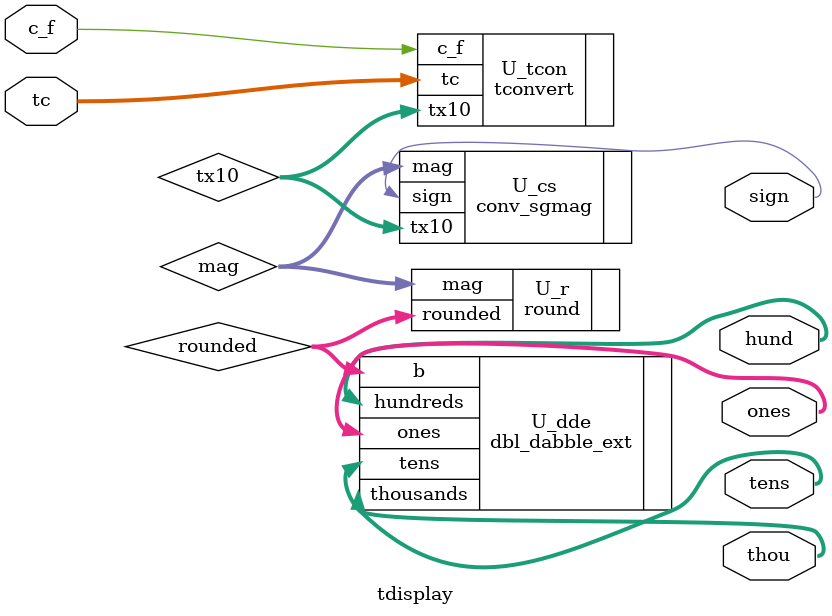
<source format=sv>
`timescale 1ns / 1ps


module tdisplay(input logic [12:0] tc, input logic c_f, output logic sign ,output logic [3:0] thou, hund, tens, ones  );

logic [17:0] tx10;
logic [16:0] mag;
logic [12:0] rounded;

tconvert U_tcon(.tc,.c_f,.tx10(tx10));

conv_sgmag U_cs(.tx10(tx10),.sign,.mag(mag));

round U_r(.mag(mag),.rounded(rounded));

dbl_dabble_ext U_dde(.b(rounded),.thousands(thou),.hundreds(hund),.tens,.ones);




endmodule

</source>
